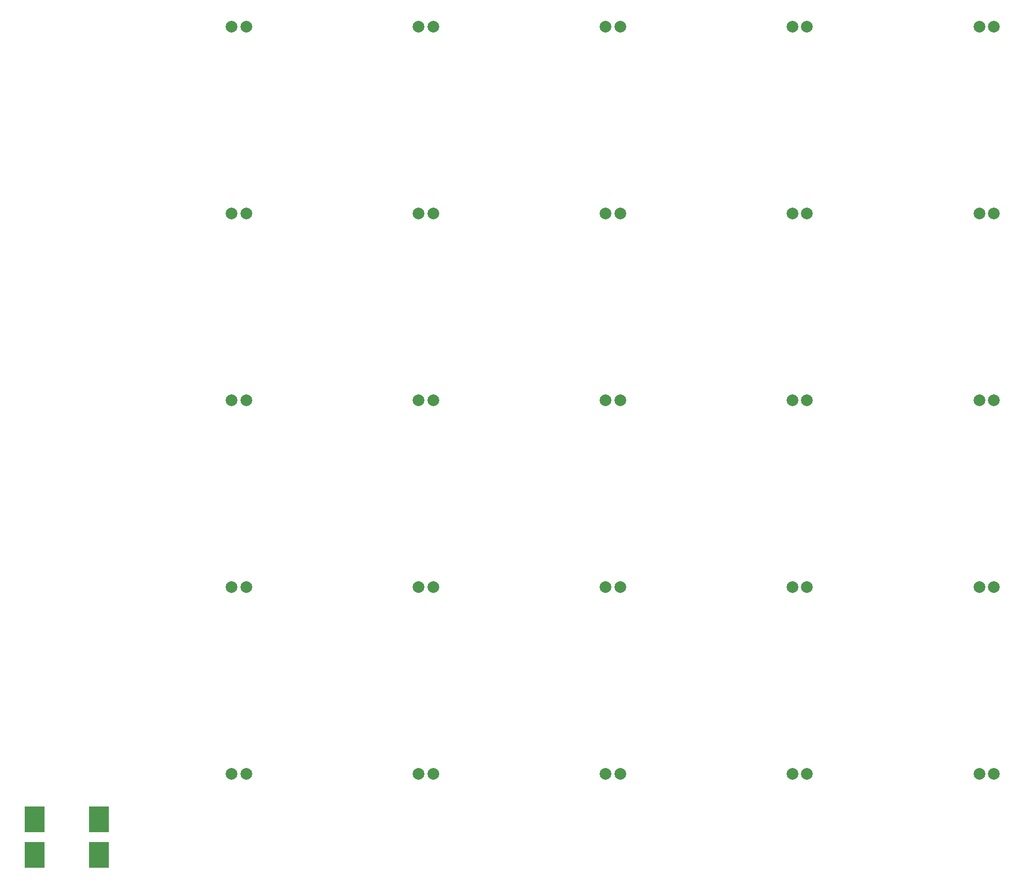
<source format=gtp>
G04 Layer_Color=7318015*
%FSLAX43Y43*%
%MOMM*%
G71*
G01*
G75*
%ADD10C,2.000*%
%ADD11R,3.500X4.500*%
D10*
X126750Y174500D02*
D03*
X158750D02*
D03*
X161250D02*
D03*
X190750D02*
D03*
X193250D02*
D03*
X190750Y142500D02*
D03*
X193250D02*
D03*
X190750Y110500D02*
D03*
X193250D02*
D03*
X190750Y78500D02*
D03*
X193250D02*
D03*
X190750Y46500D02*
D03*
X193250D02*
D03*
X158750D02*
D03*
X161250D02*
D03*
X158750Y78500D02*
D03*
X161250D02*
D03*
X158750Y110500D02*
D03*
X161250D02*
D03*
X129250Y174500D02*
D03*
Y142500D02*
D03*
X126750D02*
D03*
Y110500D02*
D03*
X129250D02*
D03*
X126750Y78500D02*
D03*
X129250D02*
D03*
X126750Y46500D02*
D03*
X129250D02*
D03*
X94750D02*
D03*
X97250D02*
D03*
X94750Y78500D02*
D03*
X97250D02*
D03*
Y110500D02*
D03*
X94750D02*
D03*
X97250Y142500D02*
D03*
X94750D02*
D03*
X97250Y174500D02*
D03*
X94750D02*
D03*
X65250D02*
D03*
X62750D02*
D03*
X65250Y142500D02*
D03*
X62750D02*
D03*
X65250Y110500D02*
D03*
X62750D02*
D03*
X161250Y142500D02*
D03*
X158750D02*
D03*
X62750Y46500D02*
D03*
X65250D02*
D03*
Y78500D02*
D03*
X62750D02*
D03*
D11*
X40044Y38752D02*
D03*
Y32652D02*
D03*
X29044Y38752D02*
D03*
Y32652D02*
D03*
M02*

</source>
